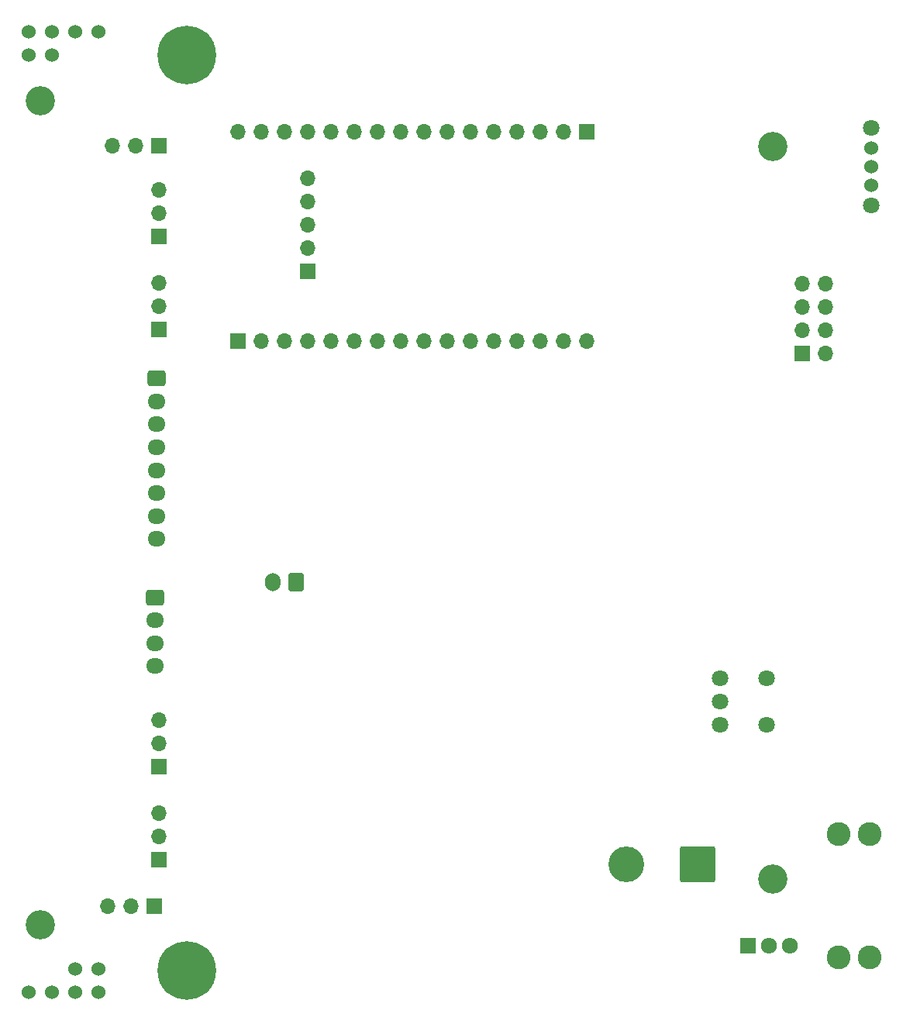
<source format=gbr>
%TF.GenerationSoftware,KiCad,Pcbnew,7.0.9*%
%TF.CreationDate,2024-12-19T20:14:40+09:00*%
%TF.ProjectId,04-PWR,30342d50-5752-42e6-9b69-6361645f7063,rev?*%
%TF.SameCoordinates,Original*%
%TF.FileFunction,Soldermask,Bot*%
%TF.FilePolarity,Negative*%
%FSLAX46Y46*%
G04 Gerber Fmt 4.6, Leading zero omitted, Abs format (unit mm)*
G04 Created by KiCad (PCBNEW 7.0.9) date 2024-12-19 20:14:40*
%MOMM*%
%LPD*%
G01*
G04 APERTURE LIST*
G04 Aperture macros list*
%AMRoundRect*
0 Rectangle with rounded corners*
0 $1 Rounding radius*
0 $2 $3 $4 $5 $6 $7 $8 $9 X,Y pos of 4 corners*
0 Add a 4 corners polygon primitive as box body*
4,1,4,$2,$3,$4,$5,$6,$7,$8,$9,$2,$3,0*
0 Add four circle primitives for the rounded corners*
1,1,$1+$1,$2,$3*
1,1,$1+$1,$4,$5*
1,1,$1+$1,$6,$7*
1,1,$1+$1,$8,$9*
0 Add four rect primitives between the rounded corners*
20,1,$1+$1,$2,$3,$4,$5,0*
20,1,$1+$1,$4,$5,$6,$7,0*
20,1,$1+$1,$6,$7,$8,$9,0*
20,1,$1+$1,$8,$9,$2,$3,0*%
G04 Aperture macros list end*
%ADD10C,0.800000*%
%ADD11C,6.400000*%
%ADD12C,1.800000*%
%ADD13R,1.700000X1.700000*%
%ADD14O,1.700000X1.700000*%
%ADD15C,3.200000*%
%ADD16RoundRect,0.250000X-0.725000X0.600000X-0.725000X-0.600000X0.725000X-0.600000X0.725000X0.600000X0*%
%ADD17O,1.950000X1.700000*%
%ADD18C,2.604000*%
%ADD19C,1.524000*%
%ADD20RoundRect,0.250000X0.600000X0.750000X-0.600000X0.750000X-0.600000X-0.750000X0.600000X-0.750000X0*%
%ADD21O,1.700000X2.000000*%
%ADD22R,1.717500X1.800000*%
%ADD23O,1.717500X1.800000*%
%ADD24RoundRect,0.250002X1.699998X1.699998X-1.699998X1.699998X-1.699998X-1.699998X1.699998X-1.699998X0*%
%ADD25C,3.900000*%
G04 APERTURE END LIST*
D10*
%TO.C,H1*%
X93600000Y-150000000D03*
X94302944Y-148302944D03*
X94302944Y-151697056D03*
X96000000Y-147600000D03*
D11*
X96000000Y-150000000D03*
D10*
X96000000Y-152400000D03*
X97697056Y-148302944D03*
X97697056Y-151697056D03*
X98400000Y-150000000D03*
%TD*%
D12*
%TO.C,SW2*%
X159385000Y-123190000D03*
X159385000Y-118110000D03*
X154305000Y-118110000D03*
X154305000Y-120650000D03*
X154305000Y-123190000D03*
%TD*%
D13*
%TO.C,M*%
X92456000Y-143002000D03*
D14*
X89916000Y-143002000D03*
X87376000Y-143002000D03*
%TD*%
D15*
%TO.C,REF\u002A\u002A*%
X160000000Y-140000000D03*
%TD*%
D16*
%TO.C,J5*%
X92710000Y-85370000D03*
D17*
X92710000Y-87870000D03*
X92710000Y-90370000D03*
X92710000Y-92870000D03*
X92710000Y-95370000D03*
X92710000Y-97870000D03*
X92710000Y-100370000D03*
X92710000Y-102870000D03*
%TD*%
D13*
%TO.C,M6*%
X93021000Y-137907000D03*
D14*
X93021000Y-135367000D03*
X93021000Y-132827000D03*
%TD*%
D18*
%TO.C,F1*%
X167210000Y-148590000D03*
X170610000Y-148590000D03*
X167210000Y-135120000D03*
X170610000Y-135120000D03*
%TD*%
D19*
%TO.C,U2*%
X86360000Y-47460000D03*
X83820000Y-47460000D03*
X81280000Y-47460000D03*
X78740000Y-47460000D03*
X81280000Y-50000000D03*
X78740000Y-50000000D03*
%TD*%
D13*
%TO.C,J4*%
X163285000Y-82590000D03*
D14*
X165825000Y-82590000D03*
X163285000Y-80050000D03*
X165825000Y-80050000D03*
X163285000Y-77510000D03*
X165825000Y-77510000D03*
X163285000Y-74970000D03*
X165825000Y-74970000D03*
%TD*%
D15*
%TO.C,REF\u002A\u002A*%
X80000000Y-55000000D03*
%TD*%
%TO.C,REF\u002A\u002A*%
X160000000Y-60000000D03*
%TD*%
D19*
%TO.C,U3*%
X78740000Y-152400000D03*
X81280000Y-152400000D03*
X83820000Y-152400000D03*
X86360000Y-152400000D03*
X83820000Y-149860000D03*
X86360000Y-149860000D03*
%TD*%
D13*
%TO.C,J2*%
X109220000Y-73660000D03*
D14*
X109220000Y-71120000D03*
X109220000Y-68580000D03*
X109220000Y-66040000D03*
X109220000Y-63500000D03*
%TD*%
D13*
%TO.C,M4*%
X93021000Y-127747000D03*
D14*
X93021000Y-125207000D03*
X93021000Y-122667000D03*
%TD*%
D15*
%TO.C,REF\u002A\u002A*%
X80000000Y-145000000D03*
%TD*%
D13*
%TO.C,M5*%
X93021000Y-69835000D03*
D14*
X93021000Y-67295000D03*
X93021000Y-64755000D03*
%TD*%
D20*
%TO.C,J7*%
X107930000Y-107590000D03*
D21*
X105430000Y-107590000D03*
%TD*%
D16*
%TO.C,J6*%
X92604000Y-109280000D03*
D17*
X92604000Y-111780000D03*
X92604000Y-114280000D03*
X92604000Y-116780000D03*
%TD*%
D22*
%TO.C,Q1*%
X157345000Y-147320000D03*
D23*
X159635000Y-147320000D03*
X161925000Y-147320000D03*
%TD*%
D13*
%TO.C,J3*%
X101600000Y-81280000D03*
D14*
X104140000Y-81280000D03*
X106680000Y-81280000D03*
X109220000Y-81280000D03*
X111760000Y-81280000D03*
X114300000Y-81280000D03*
X116840000Y-81280000D03*
X119380000Y-81280000D03*
X121920000Y-81280000D03*
X124460000Y-81280000D03*
X127000000Y-81280000D03*
X129540000Y-81280000D03*
X132080000Y-81280000D03*
X134620000Y-81280000D03*
X137160000Y-81280000D03*
X139700000Y-81280000D03*
%TD*%
D13*
%TO.C,M3*%
X93021000Y-79995000D03*
D14*
X93021000Y-77455000D03*
X93021000Y-74915000D03*
%TD*%
D24*
%TO.C,J8*%
X151855000Y-138430000D03*
D25*
X144055000Y-138430000D03*
%TD*%
D13*
%TO.C,J1*%
X139700000Y-58420000D03*
D14*
X137160000Y-58420000D03*
X134620000Y-58420000D03*
X132080000Y-58420000D03*
X129540000Y-58420000D03*
X127000000Y-58420000D03*
X124460000Y-58420000D03*
X121920000Y-58420000D03*
X119380000Y-58420000D03*
X116840000Y-58420000D03*
X114300000Y-58420000D03*
X111760000Y-58420000D03*
X109220000Y-58420000D03*
X106680000Y-58420000D03*
X104140000Y-58420000D03*
X101600000Y-58420000D03*
%TD*%
D10*
%TO.C,H2*%
X93600000Y-50000000D03*
X94302944Y-48302944D03*
X94302944Y-51697056D03*
X96000000Y-47600000D03*
D11*
X96000000Y-50000000D03*
D10*
X96000000Y-52400000D03*
X97697056Y-48302944D03*
X97697056Y-51697056D03*
X98400000Y-50000000D03*
%TD*%
D12*
%TO.C,SW1*%
X170815000Y-66430000D03*
X170815000Y-58030000D03*
D19*
X170815000Y-64230000D03*
X170815000Y-62230000D03*
X170815000Y-60230000D03*
%TD*%
D13*
%TO.C,M1*%
X92964000Y-59944000D03*
D14*
X90424000Y-59944000D03*
X87884000Y-59944000D03*
%TD*%
M02*

</source>
